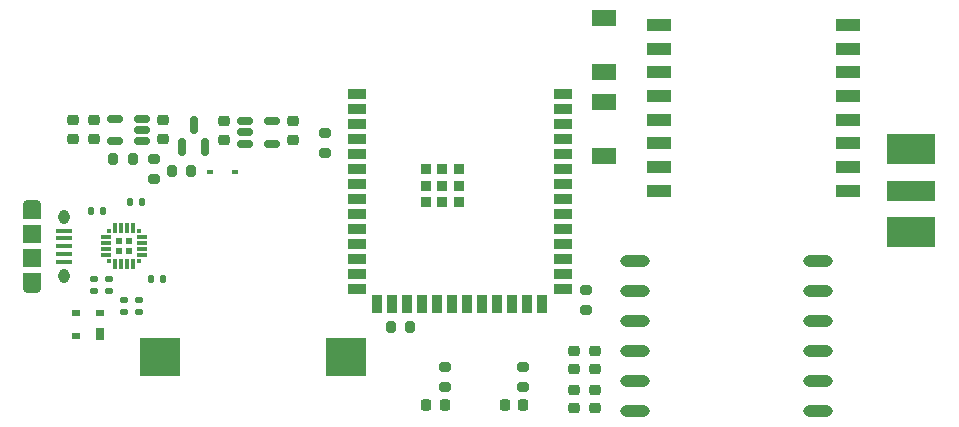
<source format=gtp>
G04 #@! TF.GenerationSoftware,KiCad,Pcbnew,(6.0.7)*
G04 #@! TF.CreationDate,2022-10-05T21:11:47-04:00*
G04 #@! TF.ProjectId,Dogometer_v1,446f676f-6d65-4746-9572-5f76312e6b69,rev?*
G04 #@! TF.SameCoordinates,Original*
G04 #@! TF.FileFunction,Paste,Top*
G04 #@! TF.FilePolarity,Positive*
%FSLAX46Y46*%
G04 Gerber Fmt 4.6, Leading zero omitted, Abs format (unit mm)*
G04 Created by KiCad (PCBNEW (6.0.7)) date 2022-10-05 21:11:47*
%MOMM*%
%LPD*%
G01*
G04 APERTURE LIST*
G04 Aperture macros list*
%AMRoundRect*
0 Rectangle with rounded corners*
0 $1 Rounding radius*
0 $2 $3 $4 $5 $6 $7 $8 $9 X,Y pos of 4 corners*
0 Add a 4 corners polygon primitive as box body*
4,1,4,$2,$3,$4,$5,$6,$7,$8,$9,$2,$3,0*
0 Add four circle primitives for the rounded corners*
1,1,$1+$1,$2,$3*
1,1,$1+$1,$4,$5*
1,1,$1+$1,$6,$7*
1,1,$1+$1,$8,$9*
0 Add four rect primitives between the rounded corners*
20,1,$1+$1,$2,$3,$4,$5,0*
20,1,$1+$1,$4,$5,$6,$7,0*
20,1,$1+$1,$6,$7,$8,$9,0*
20,1,$1+$1,$8,$9,$2,$3,0*%
G04 Aperture macros list end*
%ADD10R,0.600000X0.450000*%
%ADD11RoundRect,0.150000X0.512500X0.150000X-0.512500X0.150000X-0.512500X-0.150000X0.512500X-0.150000X0*%
%ADD12RoundRect,0.135000X0.135000X0.185000X-0.135000X0.185000X-0.135000X-0.185000X0.135000X-0.185000X0*%
%ADD13RoundRect,0.140000X-0.170000X0.140000X-0.170000X-0.140000X0.170000X-0.140000X0.170000X0.140000X0*%
%ADD14RoundRect,0.225000X-0.250000X0.225000X-0.250000X-0.225000X0.250000X-0.225000X0.250000X0.225000X0*%
%ADD15O,0.950000X1.250000*%
%ADD16O,1.550000X0.890000*%
%ADD17R,1.350000X0.400000*%
%ADD18R,1.550000X1.500000*%
%ADD19R,1.550000X1.200000*%
%ADD20RoundRect,0.200000X0.200000X0.275000X-0.200000X0.275000X-0.200000X-0.275000X0.200000X-0.275000X0*%
%ADD21RoundRect,0.218750X0.218750X0.256250X-0.218750X0.256250X-0.218750X-0.256250X0.218750X-0.256250X0*%
%ADD22RoundRect,0.135000X-0.135000X-0.185000X0.135000X-0.185000X0.135000X0.185000X-0.135000X0.185000X0*%
%ADD23RoundRect,0.150000X-0.512500X-0.150000X0.512500X-0.150000X0.512500X0.150000X-0.512500X0.150000X0*%
%ADD24R,0.540000X0.540000*%
%ADD25R,0.300000X0.300000*%
%ADD26R,0.900000X0.300000*%
%ADD27R,0.300000X0.900000*%
%ADD28R,4.190000X1.780000*%
%ADD29R,4.190000X2.665000*%
%ADD30RoundRect,0.200000X0.275000X-0.200000X0.275000X0.200000X-0.275000X0.200000X-0.275000X-0.200000X0*%
%ADD31O,2.500000X1.000000*%
%ADD32R,1.500000X0.900000*%
%ADD33R,0.900000X1.500000*%
%ADD34R,0.900000X0.900000*%
%ADD35R,0.700000X1.000000*%
%ADD36R,0.700000X0.600000*%
%ADD37RoundRect,0.200000X-0.275000X0.200000X-0.275000X-0.200000X0.275000X-0.200000X0.275000X0.200000X0*%
%ADD38R,2.000000X1.350000*%
%ADD39R,3.500000X3.300000*%
%ADD40R,2.000000X1.000000*%
%ADD41RoundRect,0.218750X0.256250X-0.218750X0.256250X0.218750X-0.256250X0.218750X-0.256250X-0.218750X0*%
%ADD42RoundRect,0.150000X0.150000X-0.587500X0.150000X0.587500X-0.150000X0.587500X-0.150000X-0.587500X0*%
G04 APERTURE END LIST*
D10*
X124748000Y-99695000D03*
X122648000Y-99695000D03*
D11*
X116840000Y-97072000D03*
X116840000Y-96122000D03*
X116840000Y-95172000D03*
X114565000Y-95172000D03*
X114565000Y-97072000D03*
D12*
X118622000Y-108732000D03*
X117602000Y-108732000D03*
D13*
X115316000Y-110510000D03*
X115316000Y-111470000D03*
D14*
X110998000Y-95294000D03*
X110998000Y-96844000D03*
X155194000Y-114808000D03*
X155194000Y-116358000D03*
D15*
X110236000Y-103438000D03*
D16*
X107536000Y-109438000D03*
D15*
X110236000Y-108438000D03*
D16*
X107536000Y-102438000D03*
D17*
X110236000Y-104638000D03*
X110236000Y-105288000D03*
X110236000Y-105938000D03*
X110236000Y-106588000D03*
X110236000Y-107238000D03*
D18*
X107536000Y-104938000D03*
D19*
X107536000Y-108838000D03*
D18*
X107536000Y-106938000D03*
D19*
X107536000Y-103038000D03*
D20*
X139572000Y-112776000D03*
X137922000Y-112776000D03*
D21*
X149123500Y-119380000D03*
X147548500Y-119380000D03*
D14*
X155194000Y-118110000D03*
X155194000Y-119660000D03*
D22*
X115820000Y-102172000D03*
X116840000Y-102172000D03*
D23*
X125608500Y-95360000D03*
X125608500Y-96310000D03*
X125608500Y-97260000D03*
X127883500Y-97260000D03*
X127883500Y-95360000D03*
D24*
X114866000Y-106388000D03*
X115766000Y-106388000D03*
X115766000Y-105488000D03*
X114866000Y-105488000D03*
D25*
X114066000Y-104688000D03*
D26*
X113766000Y-105188000D03*
X113766000Y-105688000D03*
X113766000Y-106188000D03*
X113766000Y-106688000D03*
D25*
X114066000Y-107188000D03*
D27*
X114566000Y-107488000D03*
X115066000Y-107488000D03*
X115566000Y-107488000D03*
X116066000Y-107488000D03*
D25*
X116566000Y-107188000D03*
D26*
X116866000Y-106688000D03*
X116866000Y-106188000D03*
X116866000Y-105688000D03*
X116866000Y-105188000D03*
D25*
X116566000Y-104688000D03*
D27*
X116066000Y-104388000D03*
X115566000Y-104388000D03*
X115066000Y-104388000D03*
X114566000Y-104388000D03*
D14*
X118618000Y-95281000D03*
X118618000Y-96831000D03*
X129672500Y-95360000D03*
X129672500Y-96910000D03*
D13*
X114046000Y-108732000D03*
X114046000Y-109692000D03*
D28*
X182000000Y-101234000D03*
D29*
X182000000Y-97741500D03*
X182000000Y-104726500D03*
D30*
X154432000Y-111315000D03*
X154432000Y-109665000D03*
X149098000Y-117856000D03*
X149098000Y-116206000D03*
D22*
X112522000Y-102934000D03*
X113542000Y-102934000D03*
D14*
X123830500Y-95360000D03*
X123830500Y-96910000D03*
D20*
X116078000Y-98552000D03*
X114428000Y-98552000D03*
D31*
X158616000Y-107158000D03*
X158616000Y-109698000D03*
X158616000Y-112238000D03*
X158616000Y-114778000D03*
X158616000Y-117318000D03*
X158616000Y-119858000D03*
X174116000Y-119888000D03*
X174116000Y-117348000D03*
X174116000Y-114808000D03*
X174116000Y-112268000D03*
X174116000Y-109728000D03*
X174116000Y-107188000D03*
D14*
X153416000Y-114795000D03*
X153416000Y-116345000D03*
D32*
X135014000Y-93086000D03*
X135014000Y-94356000D03*
X135014000Y-95626000D03*
X135014000Y-96896000D03*
X135014000Y-98166000D03*
X135014000Y-99436000D03*
X135014000Y-100706000D03*
X135014000Y-101976000D03*
X135014000Y-103246000D03*
X135014000Y-104516000D03*
X135014000Y-105786000D03*
X135014000Y-107056000D03*
X135014000Y-108326000D03*
X135014000Y-109596000D03*
D33*
X136779000Y-110846000D03*
X138049000Y-110846000D03*
X139319000Y-110846000D03*
X140589000Y-110846000D03*
X141859000Y-110846000D03*
X143129000Y-110846000D03*
X144399000Y-110846000D03*
X145669000Y-110846000D03*
X146939000Y-110846000D03*
X148209000Y-110846000D03*
X149479000Y-110846000D03*
X150749000Y-110846000D03*
D32*
X152514000Y-109596000D03*
X152514000Y-108326000D03*
X152514000Y-107056000D03*
X152514000Y-105786000D03*
X152514000Y-104516000D03*
X152514000Y-103246000D03*
X152514000Y-101976000D03*
X152514000Y-100706000D03*
X152514000Y-99436000D03*
X152514000Y-98166000D03*
X152514000Y-96896000D03*
X152514000Y-95626000D03*
X152514000Y-94356000D03*
X152514000Y-93086000D03*
D34*
X143664000Y-102206000D03*
X142264000Y-99406000D03*
X140864000Y-102206000D03*
X142264000Y-102206000D03*
X142264000Y-100806000D03*
X140864000Y-99406000D03*
X143664000Y-100806000D03*
X143664000Y-99406000D03*
X140864000Y-100806000D03*
D20*
X121030000Y-99612000D03*
X119380000Y-99612000D03*
D30*
X142494000Y-117856000D03*
X142494000Y-116206000D03*
D35*
X113268000Y-113336000D03*
D36*
X113268000Y-111636000D03*
X111268000Y-111636000D03*
X111268000Y-113536000D03*
D37*
X132334000Y-96394000D03*
X132334000Y-98044000D03*
D38*
X155956000Y-93762000D03*
X155956000Y-98262000D03*
D39*
X118338000Y-115316000D03*
X134138000Y-115316000D03*
D13*
X112776000Y-108732000D03*
X112776000Y-109692000D03*
D14*
X153416000Y-118110000D03*
X153416000Y-119660000D03*
D40*
X160603000Y-87234000D03*
X160603000Y-89234000D03*
X160603000Y-91234000D03*
X160603000Y-93234000D03*
X160603000Y-95234000D03*
X160603000Y-97234000D03*
X160603000Y-99234000D03*
X160603000Y-101234000D03*
X176603000Y-101234000D03*
X176603000Y-99234000D03*
X176603000Y-97234000D03*
X176603000Y-95234000D03*
X176603000Y-93234000D03*
X176603000Y-91234000D03*
X176603000Y-89234000D03*
X176603000Y-87234000D03*
D41*
X112776000Y-96869000D03*
X112776000Y-95294000D03*
D13*
X116586000Y-110510000D03*
X116586000Y-111470000D03*
D38*
X155956000Y-91150000D03*
X155956000Y-86650000D03*
D21*
X142494000Y-119380000D03*
X140919000Y-119380000D03*
D30*
X117856000Y-100246000D03*
X117856000Y-98596000D03*
D42*
X120274000Y-97580000D03*
X122174000Y-97580000D03*
X121224000Y-95705000D03*
M02*

</source>
